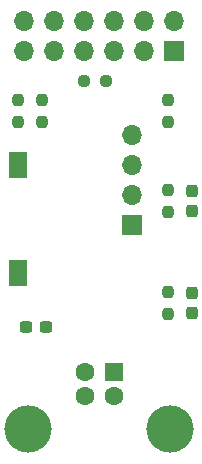
<source format=gts>
G04 #@! TF.GenerationSoftware,KiCad,Pcbnew,7.0.9-7.0.9~ubuntu20.04.1*
G04 #@! TF.CreationDate,2023-12-02T17:13:26+01:00*
G04 #@! TF.ProjectId,kicad-pmod_usb,6b696361-642d-4706-9d6f-645f7573622e,1.0*
G04 #@! TF.SameCoordinates,Original*
G04 #@! TF.FileFunction,Soldermask,Top*
G04 #@! TF.FilePolarity,Negative*
%FSLAX46Y46*%
G04 Gerber Fmt 4.6, Leading zero omitted, Abs format (unit mm)*
G04 Created by KiCad (PCBNEW 7.0.9-7.0.9~ubuntu20.04.1) date 2023-12-02 17:13:26*
%MOMM*%
%LPD*%
G01*
G04 APERTURE LIST*
G04 Aperture macros list*
%AMRoundRect*
0 Rectangle with rounded corners*
0 $1 Rounding radius*
0 $2 $3 $4 $5 $6 $7 $8 $9 X,Y pos of 4 corners*
0 Add a 4 corners polygon primitive as box body*
4,1,4,$2,$3,$4,$5,$6,$7,$8,$9,$2,$3,0*
0 Add four circle primitives for the rounded corners*
1,1,$1+$1,$2,$3*
1,1,$1+$1,$4,$5*
1,1,$1+$1,$6,$7*
1,1,$1+$1,$8,$9*
0 Add four rect primitives between the rounded corners*
20,1,$1+$1,$2,$3,$4,$5,0*
20,1,$1+$1,$4,$5,$6,$7,0*
20,1,$1+$1,$6,$7,$8,$9,0*
20,1,$1+$1,$8,$9,$2,$3,0*%
G04 Aperture macros list end*
%ADD10RoundRect,0.237500X-0.237500X0.250000X-0.237500X-0.250000X0.237500X-0.250000X0.237500X0.250000X0*%
%ADD11RoundRect,0.237500X0.237500X-0.287500X0.237500X0.287500X-0.237500X0.287500X-0.237500X-0.287500X0*%
%ADD12R,1.700000X1.700000*%
%ADD13O,1.700000X1.700000*%
%ADD14R,1.600000X1.600000*%
%ADD15C,1.600000*%
%ADD16C,4.000000*%
%ADD17RoundRect,0.237500X0.300000X0.237500X-0.300000X0.237500X-0.300000X-0.237500X0.300000X-0.237500X0*%
%ADD18R,1.600000X2.180000*%
%ADD19RoundRect,0.237500X0.237500X-0.250000X0.237500X0.250000X-0.237500X0.250000X-0.237500X-0.250000X0*%
%ADD20RoundRect,0.237500X0.250000X0.237500X-0.250000X0.237500X-0.250000X-0.237500X0.250000X-0.237500X0*%
G04 APERTURE END LIST*
D10*
X122682000Y-86400000D03*
X122682000Y-88225000D03*
D11*
X124714000Y-88187500D03*
X124714000Y-86437500D03*
D10*
X122682000Y-70144000D03*
X122682000Y-71969000D03*
X109982000Y-70144000D03*
X109982000Y-71969000D03*
D11*
X124714000Y-77801500D03*
X124714000Y-79551500D03*
D12*
X123190000Y-65976500D03*
D13*
X123190000Y-63436500D03*
X120650000Y-65976500D03*
X120650000Y-63436500D03*
X118110000Y-65976500D03*
X118110000Y-63436500D03*
X115570000Y-65976500D03*
X115570000Y-63436500D03*
X113030000Y-65976500D03*
X113030000Y-63436500D03*
X110490000Y-65976500D03*
X110490000Y-63436500D03*
D14*
X118110000Y-93154500D03*
D15*
X115610000Y-93154500D03*
X115610000Y-95154500D03*
X118110000Y-95154500D03*
D16*
X122860000Y-98014500D03*
X110860000Y-98014500D03*
D17*
X112368500Y-89344500D03*
X110643500Y-89344500D03*
D10*
X112014000Y-70144000D03*
X112014000Y-71969000D03*
D12*
X119634000Y-80708500D03*
D13*
X119634000Y-78168500D03*
X119634000Y-75628500D03*
X119634000Y-73088500D03*
D18*
X109982000Y-84790500D03*
X109982000Y-75610500D03*
D19*
X122682000Y-79589000D03*
X122682000Y-77764000D03*
D20*
X117395000Y-68516500D03*
X115570000Y-68516500D03*
M02*

</source>
